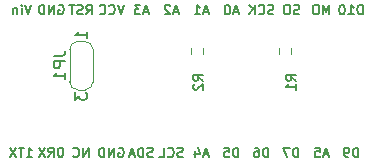
<source format=gbr>
%TF.GenerationSoftware,KiCad,Pcbnew,(5.1.8-0-10_14)*%
%TF.CreationDate,2021-02-06T12:21:22+09:00*%
%TF.ProjectId,usb-pidvid-fixture,7573622d-7069-4647-9669-642d66697874,rev?*%
%TF.SameCoordinates,Original*%
%TF.FileFunction,Legend,Bot*%
%TF.FilePolarity,Positive*%
%FSLAX46Y46*%
G04 Gerber Fmt 4.6, Leading zero omitted, Abs format (unit mm)*
G04 Created by KiCad (PCBNEW (5.1.8-0-10_14)) date 2021-02-06 12:21:22*
%MOMM*%
%LPD*%
G01*
G04 APERTURE LIST*
%ADD10C,0.120000*%
%ADD11C,0.200000*%
%ADD12C,0.150000*%
G04 APERTURE END LIST*
D10*
%TO.C,JP1*%
X118380000Y-76070000D02*
X118380000Y-78870000D01*
X119080000Y-79520000D02*
X119680000Y-79520000D01*
X120380000Y-78870000D02*
X120380000Y-76070000D01*
X119680000Y-75420000D02*
X119080000Y-75420000D01*
X118380000Y-78820000D02*
G75*
G03*
X119080000Y-79520000I700000J0D01*
G01*
X119680000Y-79520000D02*
G75*
G03*
X120380000Y-78820000I0J700000D01*
G01*
X120380000Y-76120000D02*
G75*
G03*
X119680000Y-75420000I-700000J0D01*
G01*
X119080000Y-75420000D02*
G75*
G03*
X118380000Y-76120000I0J-700000D01*
G01*
%TO.C,R1*%
X136129500Y-76454724D02*
X136129500Y-75945276D01*
X137174500Y-76454724D02*
X137174500Y-75945276D01*
%TO.C,R2*%
X129681500Y-76454724D02*
X129681500Y-75945276D01*
X128636500Y-76454724D02*
X128636500Y-75945276D01*
%TO.C,J1*%
D11*
X142830476Y-85197904D02*
X142830476Y-84397904D01*
X142640000Y-84397904D01*
X142525714Y-84436000D01*
X142449523Y-84512190D01*
X142411428Y-84588380D01*
X142373333Y-84740761D01*
X142373333Y-84855047D01*
X142411428Y-85007428D01*
X142449523Y-85083619D01*
X142525714Y-85159809D01*
X142640000Y-85197904D01*
X142830476Y-85197904D01*
X141992380Y-85197904D02*
X141840000Y-85197904D01*
X141763809Y-85159809D01*
X141725714Y-85121714D01*
X141649523Y-85007428D01*
X141611428Y-84855047D01*
X141611428Y-84550285D01*
X141649523Y-84474095D01*
X141687619Y-84436000D01*
X141763809Y-84397904D01*
X141916190Y-84397904D01*
X141992380Y-84436000D01*
X142030476Y-84474095D01*
X142068571Y-84550285D01*
X142068571Y-84740761D01*
X142030476Y-84816952D01*
X141992380Y-84855047D01*
X141916190Y-84893142D01*
X141763809Y-84893142D01*
X141687619Y-84855047D01*
X141649523Y-84816952D01*
X141611428Y-84740761D01*
X140271428Y-84969333D02*
X139890476Y-84969333D01*
X140347619Y-85197904D02*
X140080952Y-84397904D01*
X139814285Y-85197904D01*
X139166666Y-84397904D02*
X139547619Y-84397904D01*
X139585714Y-84778857D01*
X139547619Y-84740761D01*
X139471428Y-84702666D01*
X139280952Y-84702666D01*
X139204761Y-84740761D01*
X139166666Y-84778857D01*
X139128571Y-84855047D01*
X139128571Y-85045523D01*
X139166666Y-85121714D01*
X139204761Y-85159809D01*
X139280952Y-85197904D01*
X139471428Y-85197904D01*
X139547619Y-85159809D01*
X139585714Y-85121714D01*
X137750476Y-85197904D02*
X137750476Y-84397904D01*
X137560000Y-84397904D01*
X137445714Y-84436000D01*
X137369523Y-84512190D01*
X137331428Y-84588380D01*
X137293333Y-84740761D01*
X137293333Y-84855047D01*
X137331428Y-85007428D01*
X137369523Y-85083619D01*
X137445714Y-85159809D01*
X137560000Y-85197904D01*
X137750476Y-85197904D01*
X137026666Y-84397904D02*
X136493333Y-84397904D01*
X136836190Y-85197904D01*
X135210476Y-85197904D02*
X135210476Y-84397904D01*
X135020000Y-84397904D01*
X134905714Y-84436000D01*
X134829523Y-84512190D01*
X134791428Y-84588380D01*
X134753333Y-84740761D01*
X134753333Y-84855047D01*
X134791428Y-85007428D01*
X134829523Y-85083619D01*
X134905714Y-85159809D01*
X135020000Y-85197904D01*
X135210476Y-85197904D01*
X134067619Y-84397904D02*
X134220000Y-84397904D01*
X134296190Y-84436000D01*
X134334285Y-84474095D01*
X134410476Y-84588380D01*
X134448571Y-84740761D01*
X134448571Y-85045523D01*
X134410476Y-85121714D01*
X134372380Y-85159809D01*
X134296190Y-85197904D01*
X134143809Y-85197904D01*
X134067619Y-85159809D01*
X134029523Y-85121714D01*
X133991428Y-85045523D01*
X133991428Y-84855047D01*
X134029523Y-84778857D01*
X134067619Y-84740761D01*
X134143809Y-84702666D01*
X134296190Y-84702666D01*
X134372380Y-84740761D01*
X134410476Y-84778857D01*
X134448571Y-84855047D01*
X132670476Y-85197904D02*
X132670476Y-84397904D01*
X132480000Y-84397904D01*
X132365714Y-84436000D01*
X132289523Y-84512190D01*
X132251428Y-84588380D01*
X132213333Y-84740761D01*
X132213333Y-84855047D01*
X132251428Y-85007428D01*
X132289523Y-85083619D01*
X132365714Y-85159809D01*
X132480000Y-85197904D01*
X132670476Y-85197904D01*
X131489523Y-84397904D02*
X131870476Y-84397904D01*
X131908571Y-84778857D01*
X131870476Y-84740761D01*
X131794285Y-84702666D01*
X131603809Y-84702666D01*
X131527619Y-84740761D01*
X131489523Y-84778857D01*
X131451428Y-84855047D01*
X131451428Y-85045523D01*
X131489523Y-85121714D01*
X131527619Y-85159809D01*
X131603809Y-85197904D01*
X131794285Y-85197904D01*
X131870476Y-85159809D01*
X131908571Y-85121714D01*
X130111428Y-84969333D02*
X129730476Y-84969333D01*
X130187619Y-85197904D02*
X129920952Y-84397904D01*
X129654285Y-85197904D01*
X129044761Y-84664571D02*
X129044761Y-85197904D01*
X129235238Y-84359809D02*
X129425714Y-84931238D01*
X128930476Y-84931238D01*
X127952380Y-85159809D02*
X127838095Y-85197904D01*
X127647619Y-85197904D01*
X127571428Y-85159809D01*
X127533333Y-85121714D01*
X127495238Y-85045523D01*
X127495238Y-84969333D01*
X127533333Y-84893142D01*
X127571428Y-84855047D01*
X127647619Y-84816952D01*
X127800000Y-84778857D01*
X127876190Y-84740761D01*
X127914285Y-84702666D01*
X127952380Y-84626476D01*
X127952380Y-84550285D01*
X127914285Y-84474095D01*
X127876190Y-84436000D01*
X127800000Y-84397904D01*
X127609523Y-84397904D01*
X127495238Y-84436000D01*
X126695238Y-85121714D02*
X126733333Y-85159809D01*
X126847619Y-85197904D01*
X126923809Y-85197904D01*
X127038095Y-85159809D01*
X127114285Y-85083619D01*
X127152380Y-85007428D01*
X127190476Y-84855047D01*
X127190476Y-84740761D01*
X127152380Y-84588380D01*
X127114285Y-84512190D01*
X127038095Y-84436000D01*
X126923809Y-84397904D01*
X126847619Y-84397904D01*
X126733333Y-84436000D01*
X126695238Y-84474095D01*
X125971428Y-85197904D02*
X126352380Y-85197904D01*
X126352380Y-84397904D01*
X125431428Y-85159809D02*
X125317142Y-85197904D01*
X125126666Y-85197904D01*
X125050476Y-85159809D01*
X125012380Y-85121714D01*
X124974285Y-85045523D01*
X124974285Y-84969333D01*
X125012380Y-84893142D01*
X125050476Y-84855047D01*
X125126666Y-84816952D01*
X125279047Y-84778857D01*
X125355238Y-84740761D01*
X125393333Y-84702666D01*
X125431428Y-84626476D01*
X125431428Y-84550285D01*
X125393333Y-84474095D01*
X125355238Y-84436000D01*
X125279047Y-84397904D01*
X125088571Y-84397904D01*
X124974285Y-84436000D01*
X124631428Y-85197904D02*
X124631428Y-84397904D01*
X124440952Y-84397904D01*
X124326666Y-84436000D01*
X124250476Y-84512190D01*
X124212380Y-84588380D01*
X124174285Y-84740761D01*
X124174285Y-84855047D01*
X124212380Y-85007428D01*
X124250476Y-85083619D01*
X124326666Y-85159809D01*
X124440952Y-85197904D01*
X124631428Y-85197904D01*
X123869523Y-84969333D02*
X123488571Y-84969333D01*
X123945714Y-85197904D02*
X123679047Y-84397904D01*
X123412380Y-85197904D01*
X122529523Y-84436000D02*
X122605714Y-84397904D01*
X122720000Y-84397904D01*
X122834285Y-84436000D01*
X122910476Y-84512190D01*
X122948571Y-84588380D01*
X122986666Y-84740761D01*
X122986666Y-84855047D01*
X122948571Y-85007428D01*
X122910476Y-85083619D01*
X122834285Y-85159809D01*
X122720000Y-85197904D01*
X122643809Y-85197904D01*
X122529523Y-85159809D01*
X122491428Y-85121714D01*
X122491428Y-84855047D01*
X122643809Y-84855047D01*
X122148571Y-85197904D02*
X122148571Y-84397904D01*
X121691428Y-85197904D01*
X121691428Y-84397904D01*
X121310476Y-85197904D02*
X121310476Y-84397904D01*
X121120000Y-84397904D01*
X121005714Y-84436000D01*
X120929523Y-84512190D01*
X120891428Y-84588380D01*
X120853333Y-84740761D01*
X120853333Y-84855047D01*
X120891428Y-85007428D01*
X120929523Y-85083619D01*
X121005714Y-85159809D01*
X121120000Y-85197904D01*
X121310476Y-85197904D01*
X120008571Y-85197904D02*
X120008571Y-84397904D01*
X119551428Y-85197904D01*
X119551428Y-84397904D01*
X118713333Y-85121714D02*
X118751428Y-85159809D01*
X118865714Y-85197904D01*
X118941904Y-85197904D01*
X119056190Y-85159809D01*
X119132380Y-85083619D01*
X119170476Y-85007428D01*
X119208571Y-84855047D01*
X119208571Y-84740761D01*
X119170476Y-84588380D01*
X119132380Y-84512190D01*
X119056190Y-84436000D01*
X118941904Y-84397904D01*
X118865714Y-84397904D01*
X118751428Y-84436000D01*
X118713333Y-84474095D01*
X117659047Y-84397904D02*
X117582857Y-84397904D01*
X117506666Y-84436000D01*
X117468571Y-84474095D01*
X117430476Y-84550285D01*
X117392380Y-84702666D01*
X117392380Y-84893142D01*
X117430476Y-85045523D01*
X117468571Y-85121714D01*
X117506666Y-85159809D01*
X117582857Y-85197904D01*
X117659047Y-85197904D01*
X117735238Y-85159809D01*
X117773333Y-85121714D01*
X117811428Y-85045523D01*
X117849523Y-84893142D01*
X117849523Y-84702666D01*
X117811428Y-84550285D01*
X117773333Y-84474095D01*
X117735238Y-84436000D01*
X117659047Y-84397904D01*
X116592380Y-85197904D02*
X116859047Y-84816952D01*
X117049523Y-85197904D02*
X117049523Y-84397904D01*
X116744761Y-84397904D01*
X116668571Y-84436000D01*
X116630476Y-84474095D01*
X116592380Y-84550285D01*
X116592380Y-84664571D01*
X116630476Y-84740761D01*
X116668571Y-84778857D01*
X116744761Y-84816952D01*
X117049523Y-84816952D01*
X116325714Y-84397904D02*
X115792380Y-85197904D01*
X115792380Y-84397904D02*
X116325714Y-85197904D01*
X114757142Y-85197904D02*
X115214285Y-85197904D01*
X114985714Y-85197904D02*
X114985714Y-84397904D01*
X115061904Y-84512190D01*
X115138095Y-84588380D01*
X115214285Y-84626476D01*
X114528571Y-84397904D02*
X114071428Y-84397904D01*
X114300000Y-85197904D02*
X114300000Y-84397904D01*
X113880952Y-84397904D02*
X113347619Y-85197904D01*
X113347619Y-84397904D02*
X113880952Y-85197904D01*
X143211428Y-73132904D02*
X143211428Y-72332904D01*
X143020952Y-72332904D01*
X142906666Y-72371000D01*
X142830476Y-72447190D01*
X142792380Y-72523380D01*
X142754285Y-72675761D01*
X142754285Y-72790047D01*
X142792380Y-72942428D01*
X142830476Y-73018619D01*
X142906666Y-73094809D01*
X143020952Y-73132904D01*
X143211428Y-73132904D01*
X141992380Y-73132904D02*
X142449523Y-73132904D01*
X142220952Y-73132904D02*
X142220952Y-72332904D01*
X142297142Y-72447190D01*
X142373333Y-72523380D01*
X142449523Y-72561476D01*
X141497142Y-72332904D02*
X141420952Y-72332904D01*
X141344761Y-72371000D01*
X141306666Y-72409095D01*
X141268571Y-72485285D01*
X141230476Y-72637666D01*
X141230476Y-72828142D01*
X141268571Y-72980523D01*
X141306666Y-73056714D01*
X141344761Y-73094809D01*
X141420952Y-73132904D01*
X141497142Y-73132904D01*
X141573333Y-73094809D01*
X141611428Y-73056714D01*
X141649523Y-72980523D01*
X141687619Y-72828142D01*
X141687619Y-72637666D01*
X141649523Y-72485285D01*
X141611428Y-72409095D01*
X141573333Y-72371000D01*
X141497142Y-72332904D01*
X140385714Y-73132904D02*
X140385714Y-72332904D01*
X140119047Y-72904333D01*
X139852380Y-72332904D01*
X139852380Y-73132904D01*
X139319047Y-72332904D02*
X139166666Y-72332904D01*
X139090476Y-72371000D01*
X139014285Y-72447190D01*
X138976190Y-72599571D01*
X138976190Y-72866238D01*
X139014285Y-73018619D01*
X139090476Y-73094809D01*
X139166666Y-73132904D01*
X139319047Y-73132904D01*
X139395238Y-73094809D01*
X139471428Y-73018619D01*
X139509523Y-72866238D01*
X139509523Y-72599571D01*
X139471428Y-72447190D01*
X139395238Y-72371000D01*
X139319047Y-72332904D01*
X137807619Y-73094809D02*
X137693333Y-73132904D01*
X137502857Y-73132904D01*
X137426666Y-73094809D01*
X137388571Y-73056714D01*
X137350476Y-72980523D01*
X137350476Y-72904333D01*
X137388571Y-72828142D01*
X137426666Y-72790047D01*
X137502857Y-72751952D01*
X137655238Y-72713857D01*
X137731428Y-72675761D01*
X137769523Y-72637666D01*
X137807619Y-72561476D01*
X137807619Y-72485285D01*
X137769523Y-72409095D01*
X137731428Y-72371000D01*
X137655238Y-72332904D01*
X137464761Y-72332904D01*
X137350476Y-72371000D01*
X136855238Y-72332904D02*
X136702857Y-72332904D01*
X136626666Y-72371000D01*
X136550476Y-72447190D01*
X136512380Y-72599571D01*
X136512380Y-72866238D01*
X136550476Y-73018619D01*
X136626666Y-73094809D01*
X136702857Y-73132904D01*
X136855238Y-73132904D01*
X136931428Y-73094809D01*
X137007619Y-73018619D01*
X137045714Y-72866238D01*
X137045714Y-72599571D01*
X137007619Y-72447190D01*
X136931428Y-72371000D01*
X136855238Y-72332904D01*
X135648571Y-73094809D02*
X135534285Y-73132904D01*
X135343809Y-73132904D01*
X135267619Y-73094809D01*
X135229523Y-73056714D01*
X135191428Y-72980523D01*
X135191428Y-72904333D01*
X135229523Y-72828142D01*
X135267619Y-72790047D01*
X135343809Y-72751952D01*
X135496190Y-72713857D01*
X135572380Y-72675761D01*
X135610476Y-72637666D01*
X135648571Y-72561476D01*
X135648571Y-72485285D01*
X135610476Y-72409095D01*
X135572380Y-72371000D01*
X135496190Y-72332904D01*
X135305714Y-72332904D01*
X135191428Y-72371000D01*
X134391428Y-73056714D02*
X134429523Y-73094809D01*
X134543809Y-73132904D01*
X134620000Y-73132904D01*
X134734285Y-73094809D01*
X134810476Y-73018619D01*
X134848571Y-72942428D01*
X134886666Y-72790047D01*
X134886666Y-72675761D01*
X134848571Y-72523380D01*
X134810476Y-72447190D01*
X134734285Y-72371000D01*
X134620000Y-72332904D01*
X134543809Y-72332904D01*
X134429523Y-72371000D01*
X134391428Y-72409095D01*
X134048571Y-73132904D02*
X134048571Y-72332904D01*
X133591428Y-73132904D02*
X133934285Y-72675761D01*
X133591428Y-72332904D02*
X134048571Y-72790047D01*
X132651428Y-72904333D02*
X132270476Y-72904333D01*
X132727619Y-73132904D02*
X132460952Y-72332904D01*
X132194285Y-73132904D01*
X131775238Y-72332904D02*
X131699047Y-72332904D01*
X131622857Y-72371000D01*
X131584761Y-72409095D01*
X131546666Y-72485285D01*
X131508571Y-72637666D01*
X131508571Y-72828142D01*
X131546666Y-72980523D01*
X131584761Y-73056714D01*
X131622857Y-73094809D01*
X131699047Y-73132904D01*
X131775238Y-73132904D01*
X131851428Y-73094809D01*
X131889523Y-73056714D01*
X131927619Y-72980523D01*
X131965714Y-72828142D01*
X131965714Y-72637666D01*
X131927619Y-72485285D01*
X131889523Y-72409095D01*
X131851428Y-72371000D01*
X131775238Y-72332904D01*
X130111428Y-72904333D02*
X129730476Y-72904333D01*
X130187619Y-73132904D02*
X129920952Y-72332904D01*
X129654285Y-73132904D01*
X128968571Y-73132904D02*
X129425714Y-73132904D01*
X129197142Y-73132904D02*
X129197142Y-72332904D01*
X129273333Y-72447190D01*
X129349523Y-72523380D01*
X129425714Y-72561476D01*
X127571428Y-72904333D02*
X127190476Y-72904333D01*
X127647619Y-73132904D02*
X127380952Y-72332904D01*
X127114285Y-73132904D01*
X126885714Y-72409095D02*
X126847619Y-72371000D01*
X126771428Y-72332904D01*
X126580952Y-72332904D01*
X126504761Y-72371000D01*
X126466666Y-72409095D01*
X126428571Y-72485285D01*
X126428571Y-72561476D01*
X126466666Y-72675761D01*
X126923809Y-73132904D01*
X126428571Y-73132904D01*
X125031428Y-72904333D02*
X124650476Y-72904333D01*
X125107619Y-73132904D02*
X124840952Y-72332904D01*
X124574285Y-73132904D01*
X124383809Y-72332904D02*
X123888571Y-72332904D01*
X124155238Y-72637666D01*
X124040952Y-72637666D01*
X123964761Y-72675761D01*
X123926666Y-72713857D01*
X123888571Y-72790047D01*
X123888571Y-72980523D01*
X123926666Y-73056714D01*
X123964761Y-73094809D01*
X124040952Y-73132904D01*
X124269523Y-73132904D01*
X124345714Y-73094809D01*
X124383809Y-73056714D01*
X122986666Y-72332904D02*
X122720000Y-73132904D01*
X122453333Y-72332904D01*
X121729523Y-73056714D02*
X121767619Y-73094809D01*
X121881904Y-73132904D01*
X121958095Y-73132904D01*
X122072380Y-73094809D01*
X122148571Y-73018619D01*
X122186666Y-72942428D01*
X122224761Y-72790047D01*
X122224761Y-72675761D01*
X122186666Y-72523380D01*
X122148571Y-72447190D01*
X122072380Y-72371000D01*
X121958095Y-72332904D01*
X121881904Y-72332904D01*
X121767619Y-72371000D01*
X121729523Y-72409095D01*
X120929523Y-73056714D02*
X120967619Y-73094809D01*
X121081904Y-73132904D01*
X121158095Y-73132904D01*
X121272380Y-73094809D01*
X121348571Y-73018619D01*
X121386666Y-72942428D01*
X121424761Y-72790047D01*
X121424761Y-72675761D01*
X121386666Y-72523380D01*
X121348571Y-72447190D01*
X121272380Y-72371000D01*
X121158095Y-72332904D01*
X121081904Y-72332904D01*
X120967619Y-72371000D01*
X120929523Y-72409095D01*
X119818095Y-73132904D02*
X120084761Y-72751952D01*
X120275238Y-73132904D02*
X120275238Y-72332904D01*
X119970476Y-72332904D01*
X119894285Y-72371000D01*
X119856190Y-72409095D01*
X119818095Y-72485285D01*
X119818095Y-72599571D01*
X119856190Y-72675761D01*
X119894285Y-72713857D01*
X119970476Y-72751952D01*
X120275238Y-72751952D01*
X119513333Y-73094809D02*
X119399047Y-73132904D01*
X119208571Y-73132904D01*
X119132380Y-73094809D01*
X119094285Y-73056714D01*
X119056190Y-72980523D01*
X119056190Y-72904333D01*
X119094285Y-72828142D01*
X119132380Y-72790047D01*
X119208571Y-72751952D01*
X119360952Y-72713857D01*
X119437142Y-72675761D01*
X119475238Y-72637666D01*
X119513333Y-72561476D01*
X119513333Y-72485285D01*
X119475238Y-72409095D01*
X119437142Y-72371000D01*
X119360952Y-72332904D01*
X119170476Y-72332904D01*
X119056190Y-72371000D01*
X118827619Y-72332904D02*
X118370476Y-72332904D01*
X118599047Y-73132904D02*
X118599047Y-72332904D01*
X117449523Y-72371000D02*
X117525714Y-72332904D01*
X117640000Y-72332904D01*
X117754285Y-72371000D01*
X117830476Y-72447190D01*
X117868571Y-72523380D01*
X117906666Y-72675761D01*
X117906666Y-72790047D01*
X117868571Y-72942428D01*
X117830476Y-73018619D01*
X117754285Y-73094809D01*
X117640000Y-73132904D01*
X117563809Y-73132904D01*
X117449523Y-73094809D01*
X117411428Y-73056714D01*
X117411428Y-72790047D01*
X117563809Y-72790047D01*
X117068571Y-73132904D02*
X117068571Y-72332904D01*
X116611428Y-73132904D01*
X116611428Y-72332904D01*
X116230476Y-73132904D02*
X116230476Y-72332904D01*
X116040000Y-72332904D01*
X115925714Y-72371000D01*
X115849523Y-72447190D01*
X115811428Y-72523380D01*
X115773333Y-72675761D01*
X115773333Y-72790047D01*
X115811428Y-72942428D01*
X115849523Y-73018619D01*
X115925714Y-73094809D01*
X116040000Y-73132904D01*
X116230476Y-73132904D01*
X115119047Y-72332904D02*
X114852380Y-73132904D01*
X114585714Y-72332904D01*
X114319047Y-73132904D02*
X114319047Y-72599571D01*
X114319047Y-72332904D02*
X114357142Y-72371000D01*
X114319047Y-72409095D01*
X114280952Y-72371000D01*
X114319047Y-72332904D01*
X114319047Y-72409095D01*
X113938095Y-72599571D02*
X113938095Y-73132904D01*
X113938095Y-72675761D02*
X113900000Y-72637666D01*
X113823809Y-72599571D01*
X113709523Y-72599571D01*
X113633333Y-72637666D01*
X113595238Y-72713857D01*
X113595238Y-73132904D01*
%TO.C,JP1*%
D12*
X117032380Y-76636666D02*
X117746666Y-76636666D01*
X117889523Y-76589047D01*
X117984761Y-76493809D01*
X118032380Y-76350952D01*
X118032380Y-76255714D01*
X118032380Y-77112857D02*
X117032380Y-77112857D01*
X117032380Y-77493809D01*
X117080000Y-77589047D01*
X117127619Y-77636666D01*
X117222857Y-77684285D01*
X117365714Y-77684285D01*
X117460952Y-77636666D01*
X117508571Y-77589047D01*
X117556190Y-77493809D01*
X117556190Y-77112857D01*
X118032380Y-78636666D02*
X118032380Y-78065238D01*
X118032380Y-78350952D02*
X117032380Y-78350952D01*
X117175238Y-78255714D01*
X117270476Y-78160476D01*
X117318095Y-78065238D01*
X118832380Y-79736666D02*
X118832380Y-80355714D01*
X119213333Y-80022380D01*
X119213333Y-80165238D01*
X119260952Y-80260476D01*
X119308571Y-80308095D01*
X119403809Y-80355714D01*
X119641904Y-80355714D01*
X119737142Y-80308095D01*
X119784761Y-80260476D01*
X119832380Y-80165238D01*
X119832380Y-79879523D01*
X119784761Y-79784285D01*
X119737142Y-79736666D01*
X119832380Y-75155714D02*
X119832380Y-74584285D01*
X119832380Y-74870000D02*
X118832380Y-74870000D01*
X118975238Y-74774761D01*
X119070476Y-74679523D01*
X119118095Y-74584285D01*
%TO.C,R1*%
X137521904Y-78733666D02*
X137140952Y-78467000D01*
X137521904Y-78276523D02*
X136721904Y-78276523D01*
X136721904Y-78581285D01*
X136760000Y-78657476D01*
X136798095Y-78695571D01*
X136874285Y-78733666D01*
X136988571Y-78733666D01*
X137064761Y-78695571D01*
X137102857Y-78657476D01*
X137140952Y-78581285D01*
X137140952Y-78276523D01*
X137521904Y-79495571D02*
X137521904Y-79038428D01*
X137521904Y-79267000D02*
X136721904Y-79267000D01*
X136836190Y-79190809D01*
X136912380Y-79114619D01*
X136950476Y-79038428D01*
%TO.C,R2*%
X129647904Y-78733666D02*
X129266952Y-78467000D01*
X129647904Y-78276523D02*
X128847904Y-78276523D01*
X128847904Y-78581285D01*
X128886000Y-78657476D01*
X128924095Y-78695571D01*
X129000285Y-78733666D01*
X129114571Y-78733666D01*
X129190761Y-78695571D01*
X129228857Y-78657476D01*
X129266952Y-78581285D01*
X129266952Y-78276523D01*
X128924095Y-79038428D02*
X128886000Y-79076523D01*
X128847904Y-79152714D01*
X128847904Y-79343190D01*
X128886000Y-79419380D01*
X128924095Y-79457476D01*
X129000285Y-79495571D01*
X129076476Y-79495571D01*
X129190761Y-79457476D01*
X129647904Y-79000333D01*
X129647904Y-79495571D01*
%TD*%
M02*

</source>
